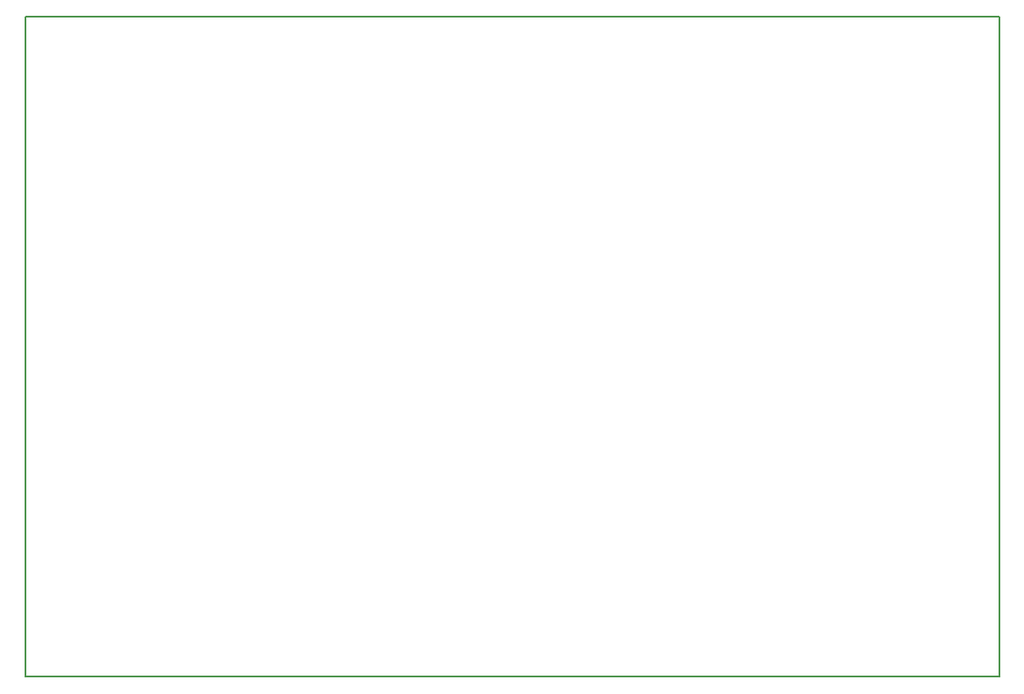
<source format=gbr>
G04 #@! TF.FileFunction,Profile,NP*
%FSLAX46Y46*%
G04 Gerber Fmt 4.6, Leading zero omitted, Abs format (unit mm)*
G04 Created by KiCad (PCBNEW (2015-03-04 BZR 5478)-product) date Tue 24 Mar 2015 16:15:30 GMT*
%MOMM*%
G01*
G04 APERTURE LIST*
%ADD10C,0.150000*%
G04 APERTURE END LIST*
D10*
X92964000Y-1016000D02*
X-1016000Y-1016000D01*
X92964000Y62738000D02*
X92964000Y-1016000D01*
X-1016000Y62738000D02*
X92964000Y62738000D01*
X-1016000Y-1016000D02*
X-1016000Y62738000D01*
M02*

</source>
